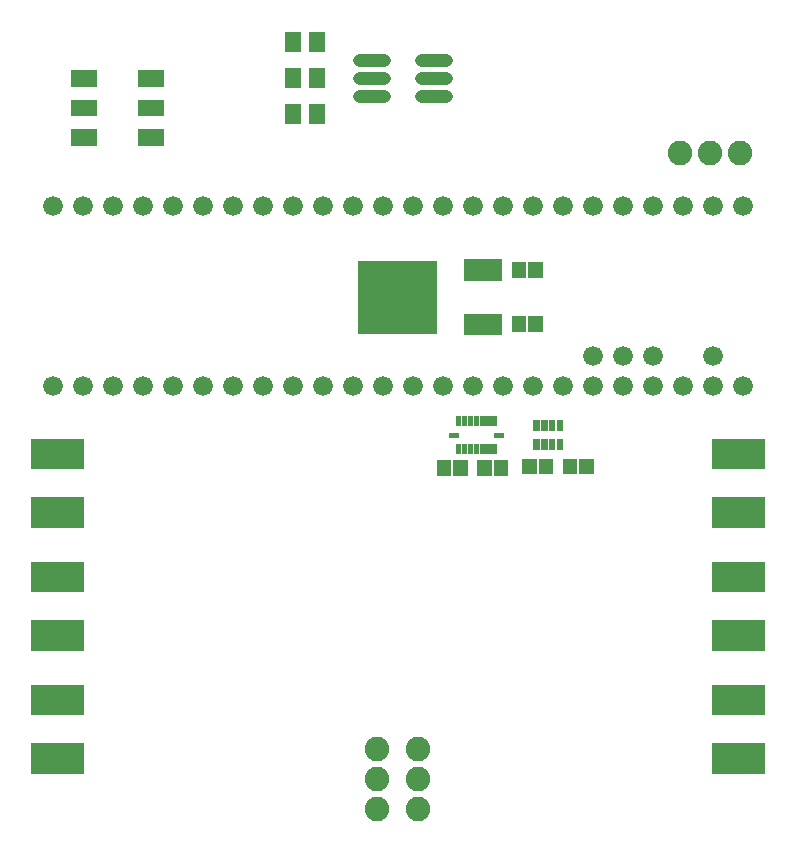
<source format=gts>
G04 Layer: TopSolderMaskLayer*
G04 EasyEDA v6.4.5, 2020-09-03T12:26:06--7:00*
G04 e5bad7cf5beb4b60abe831444af73797,95dd31e7bbc04d03a1fa04b442bf807f,10*
G04 Gerber Generator version 0.2*
G04 Scale: 100 percent, Rotated: No, Reflected: No *
G04 Dimensions in millimeters *
G04 leading zeros omitted , absolute positions ,3 integer and 3 decimal *
%FSLAX33Y33*%
%MOMM*%
G90*
G71D02*

%ADD39C,1.103198*%
%ADD43C,2.082800*%
%ADD50C,1.676400*%

%LPD*%
G54D39*
G01X29557Y65913D02*
G01X31657Y65913D01*
G01X29557Y64411D02*
G01X31657Y64411D01*
G01X29557Y62913D02*
G01X31657Y62913D01*
G01X34807Y65913D02*
G01X36907Y65913D01*
G01X34807Y64411D02*
G01X36907Y64411D01*
G01X34807Y62913D02*
G01X36907Y62913D01*
G36*
G01X43914Y42908D02*
G01X43914Y44213D01*
G01X45115Y44213D01*
G01X45115Y42908D01*
G01X43914Y42908D01*
G37*
G36*
G01X42514Y42908D02*
G01X42514Y44213D01*
G01X43715Y44213D01*
G01X43715Y42908D01*
G01X42514Y42908D01*
G37*
G36*
G01X36164Y30716D02*
G01X36164Y32021D01*
G01X37365Y32021D01*
G01X37365Y30716D01*
G01X36164Y30716D01*
G37*
G36*
G01X37564Y30716D02*
G01X37564Y32021D01*
G01X38765Y32021D01*
G01X38765Y30716D01*
G01X37564Y30716D01*
G37*
G36*
G01X39593Y30716D02*
G01X39593Y32021D01*
G01X40794Y32021D01*
G01X40794Y30716D01*
G01X39593Y30716D01*
G37*
G36*
G01X40993Y30716D02*
G01X40993Y32021D01*
G01X42194Y32021D01*
G01X42194Y30716D01*
G01X40993Y30716D01*
G37*
G36*
G01X46832Y30843D02*
G01X46832Y32148D01*
G01X48033Y32148D01*
G01X48033Y30843D01*
G01X46832Y30843D01*
G37*
G36*
G01X48232Y30843D02*
G01X48232Y32148D01*
G01X49433Y32148D01*
G01X49433Y30843D01*
G01X48232Y30843D01*
G37*
G36*
G01X44803Y30843D02*
G01X44803Y32148D01*
G01X46004Y32148D01*
G01X46004Y30843D01*
G01X44803Y30843D01*
G37*
G36*
G01X43403Y30843D02*
G01X43403Y32148D01*
G01X44604Y32148D01*
G01X44604Y30843D01*
G01X43403Y30843D01*
G37*
G36*
G01X37772Y34935D02*
G01X37772Y35788D01*
G01X38224Y35788D01*
G01X38224Y34935D01*
G01X37772Y34935D01*
G37*
G36*
G01X38272Y34935D02*
G01X38272Y35788D01*
G01X38724Y35788D01*
G01X38724Y34935D01*
G01X38272Y34935D01*
G37*
G36*
G01X38773Y34935D02*
G01X38773Y35788D01*
G01X39225Y35788D01*
G01X39225Y34935D01*
G01X38773Y34935D01*
G37*
G36*
G01X39273Y34935D02*
G01X39273Y35788D01*
G01X39725Y35788D01*
G01X39725Y34935D01*
G01X39273Y34935D01*
G37*
G36*
G01X39771Y34935D02*
G01X39771Y35788D01*
G01X40225Y35788D01*
G01X40225Y34935D01*
G01X39771Y34935D01*
G37*
G36*
G01X40271Y34935D02*
G01X40271Y35788D01*
G01X40726Y35788D01*
G01X40726Y34935D01*
G01X40271Y34935D01*
G37*
G36*
G01X40772Y34935D02*
G01X40772Y35788D01*
G01X41226Y35788D01*
G01X41226Y34935D01*
G01X40772Y34935D01*
G37*
G36*
G01X40985Y33936D02*
G01X40985Y34389D01*
G01X41838Y34389D01*
G01X41838Y33936D01*
G01X40985Y33936D01*
G37*
G36*
G01X40772Y32537D02*
G01X40772Y33390D01*
G01X41226Y33390D01*
G01X41226Y32537D01*
G01X40772Y32537D01*
G37*
G36*
G01X40271Y32537D02*
G01X40271Y33390D01*
G01X40726Y33390D01*
G01X40726Y32537D01*
G01X40271Y32537D01*
G37*
G36*
G01X39771Y32537D02*
G01X39771Y33390D01*
G01X40225Y33390D01*
G01X40225Y32537D01*
G01X39771Y32537D01*
G37*
G36*
G01X39273Y32537D02*
G01X39273Y33390D01*
G01X39725Y33390D01*
G01X39725Y32537D01*
G01X39273Y32537D01*
G37*
G36*
G01X38773Y32537D02*
G01X38773Y33390D01*
G01X39225Y33390D01*
G01X39225Y32537D01*
G01X38773Y32537D01*
G37*
G36*
G01X38272Y32537D02*
G01X38272Y33390D01*
G01X38724Y33390D01*
G01X38724Y32537D01*
G01X38272Y32537D01*
G37*
G36*
G01X37772Y32537D02*
G01X37772Y33390D01*
G01X38224Y33390D01*
G01X38224Y32537D01*
G01X37772Y32537D01*
G37*
G36*
G01X37155Y33936D02*
G01X37155Y34389D01*
G01X38008Y34389D01*
G01X38008Y33936D01*
G01X37155Y33936D01*
G37*
G54D43*
G01X31115Y7620D03*
G01X31115Y5080D03*
G01X31115Y2540D03*
G01X34544Y7620D03*
G01X34544Y5080D03*
G01X34544Y2540D03*
G01X56769Y58039D03*
G01X59309Y58039D03*
G01X61849Y58039D03*
G36*
G01X29481Y42745D02*
G01X29481Y48948D01*
G01X36184Y48948D01*
G01X36184Y42745D01*
G01X29481Y42745D01*
G37*
G36*
G01X38465Y42646D02*
G01X38465Y44450D01*
G01X41668Y44450D01*
G01X41668Y42646D01*
G01X38465Y42646D01*
G37*
G36*
G01X38458Y47244D02*
G01X38458Y49047D01*
G01X41663Y49047D01*
G01X41663Y47244D01*
G01X38458Y47244D01*
G37*
G36*
G01X5191Y61147D02*
G01X5191Y62550D01*
G01X7396Y62550D01*
G01X7396Y61147D01*
G01X5191Y61147D01*
G37*
G36*
G01X5191Y58648D02*
G01X5191Y60050D01*
G01X7396Y60050D01*
G01X7396Y58648D01*
G01X5191Y58648D01*
G37*
G36*
G01X10891Y63647D02*
G01X10891Y65049D01*
G01X13096Y65049D01*
G01X13096Y63647D01*
G01X10891Y63647D01*
G37*
G36*
G01X10891Y61147D02*
G01X10891Y62550D01*
G01X13096Y62550D01*
G01X13096Y61147D01*
G01X10891Y61147D01*
G37*
G36*
G01X10891Y58648D02*
G01X10891Y60050D01*
G01X13096Y60050D01*
G01X13096Y58648D01*
G01X10891Y58648D01*
G37*
G36*
G01X5191Y63647D02*
G01X5191Y65049D01*
G01X7396Y65049D01*
G01X7396Y63647D01*
G01X5191Y63647D01*
G37*
G36*
G01X23322Y63563D02*
G01X23322Y65214D01*
G01X24683Y65214D01*
G01X24683Y63563D01*
G01X23322Y63563D01*
G37*
G36*
G01X25354Y63563D02*
G01X25354Y65214D01*
G01X26715Y65214D01*
G01X26715Y63563D01*
G01X25354Y63563D01*
G37*
G36*
G01X43914Y47480D02*
G01X43914Y48785D01*
G01X45115Y48785D01*
G01X45115Y47480D01*
G01X43914Y47480D01*
G37*
G36*
G01X42514Y47480D02*
G01X42514Y48785D01*
G01X43715Y48785D01*
G01X43715Y47480D01*
G01X42514Y47480D01*
G37*
G36*
G01X44335Y34510D02*
G01X44335Y35415D01*
G01X44889Y35415D01*
G01X44889Y34510D01*
G01X44335Y34510D01*
G37*
G36*
G01X44985Y34510D02*
G01X44985Y35415D01*
G01X45539Y35415D01*
G01X45539Y34510D01*
G01X44985Y34510D01*
G37*
G36*
G01X45646Y34510D02*
G01X45646Y35415D01*
G01X46200Y35415D01*
G01X46200Y34510D01*
G01X45646Y34510D01*
G37*
G36*
G01X46296Y34510D02*
G01X46296Y35415D01*
G01X46850Y35415D01*
G01X46850Y34510D01*
G01X46296Y34510D01*
G37*
G36*
G01X44335Y32910D02*
G01X44335Y33815D01*
G01X44889Y33815D01*
G01X44889Y32910D01*
G01X44335Y32910D01*
G37*
G36*
G01X44985Y32910D02*
G01X44985Y33815D01*
G01X45539Y33815D01*
G01X45539Y32910D01*
G01X44985Y32910D01*
G37*
G36*
G01X45646Y32910D02*
G01X45646Y33815D01*
G01X46200Y33815D01*
G01X46200Y32910D01*
G01X45646Y32910D01*
G37*
G36*
G01X46296Y32910D02*
G01X46296Y33815D01*
G01X46850Y33815D01*
G01X46850Y32910D01*
G01X46296Y32910D01*
G37*
G36*
G01X23322Y66611D02*
G01X23322Y68262D01*
G01X24683Y68262D01*
G01X24683Y66611D01*
G01X23322Y66611D01*
G37*
G36*
G01X25354Y66611D02*
G01X25354Y68262D01*
G01X26715Y68262D01*
G01X26715Y66611D01*
G01X25354Y66611D01*
G37*
G36*
G01X23322Y60515D02*
G01X23322Y62166D01*
G01X24683Y62166D01*
G01X24683Y60515D01*
G01X23322Y60515D01*
G37*
G36*
G01X25354Y60515D02*
G01X25354Y62166D01*
G01X26715Y62166D01*
G01X26715Y60515D01*
G01X25354Y60515D01*
G37*
G36*
G01X59476Y20881D02*
G01X59476Y23464D01*
G01X63967Y23464D01*
G01X63967Y20881D01*
G01X59476Y20881D01*
G37*
G36*
G01X59476Y15902D02*
G01X59476Y18486D01*
G01X63967Y18486D01*
G01X63967Y15902D01*
G01X59476Y15902D01*
G37*
G36*
G01X59476Y31295D02*
G01X59476Y33878D01*
G01X63967Y33878D01*
G01X63967Y31295D01*
G01X59476Y31295D01*
G37*
G36*
G01X59476Y26316D02*
G01X59476Y28900D01*
G01X63967Y28900D01*
G01X63967Y26316D01*
G01X59476Y26316D01*
G37*
G36*
G01X59476Y10467D02*
G01X59476Y13050D01*
G01X63967Y13050D01*
G01X63967Y10467D01*
G01X59476Y10467D01*
G37*
G36*
G01X59476Y5488D02*
G01X59476Y8072D01*
G01X63967Y8072D01*
G01X63967Y5488D01*
G01X59476Y5488D01*
G37*
G36*
G01X1821Y26316D02*
G01X1821Y28900D01*
G01X6309Y28900D01*
G01X6309Y26316D01*
G01X1821Y26316D01*
G37*
G36*
G01X1821Y31295D02*
G01X1821Y33878D01*
G01X6309Y33878D01*
G01X6309Y31295D01*
G01X1821Y31295D01*
G37*
G36*
G01X1821Y15902D02*
G01X1821Y18486D01*
G01X6309Y18486D01*
G01X6309Y15902D01*
G01X1821Y15902D01*
G37*
G36*
G01X1821Y20881D02*
G01X1821Y23464D01*
G01X6309Y23464D01*
G01X6309Y20881D01*
G01X1821Y20881D01*
G37*
G36*
G01X1821Y5488D02*
G01X1821Y8072D01*
G01X6309Y8072D01*
G01X6309Y5488D01*
G01X1821Y5488D01*
G37*
G36*
G01X1821Y10467D02*
G01X1821Y13050D01*
G01X6309Y13050D01*
G01X6309Y10467D01*
G01X1821Y10467D01*
G37*
G54D50*
G01X62074Y53595D03*
G01X59534Y53595D03*
G01X56994Y53595D03*
G01X54454Y53595D03*
G01X51914Y53595D03*
G01X49374Y53595D03*
G01X46834Y53595D03*
G01X44294Y53595D03*
G01X41754Y53595D03*
G01X39214Y53595D03*
G01X36674Y53595D03*
G01X34134Y53595D03*
G01X31594Y53595D03*
G01X29054Y53595D03*
G01X23974Y53595D03*
G01X21434Y53595D03*
G01X18894Y53595D03*
G01X16354Y53595D03*
G01X29054Y38355D03*
G01X31594Y38355D03*
G01X34134Y38355D03*
G01X36674Y38355D03*
G01X39214Y38355D03*
G01X41754Y38355D03*
G01X44294Y38355D03*
G01X46834Y38355D03*
G01X49374Y38355D03*
G01X51914Y38355D03*
G01X54454Y38355D03*
G01X56994Y38355D03*
G01X59534Y38355D03*
G01X62074Y38355D03*
G01X59534Y40895D03*
G01X54454Y40895D03*
G01X51914Y40895D03*
G01X49374Y40895D03*
G01X26514Y53595D03*
G01X16354Y38355D03*
G01X18894Y38355D03*
G01X21434Y38355D03*
G01X23974Y38355D03*
G01X26514Y38355D03*
G01X13814Y53595D03*
G01X11274Y53595D03*
G01X8734Y53595D03*
G01X6194Y53595D03*
G01X3654Y53595D03*
G01X3654Y38355D03*
G01X13814Y38355D03*
G01X11274Y38355D03*
G01X8734Y38355D03*
G01X6194Y38355D03*
M00*
M02*

</source>
